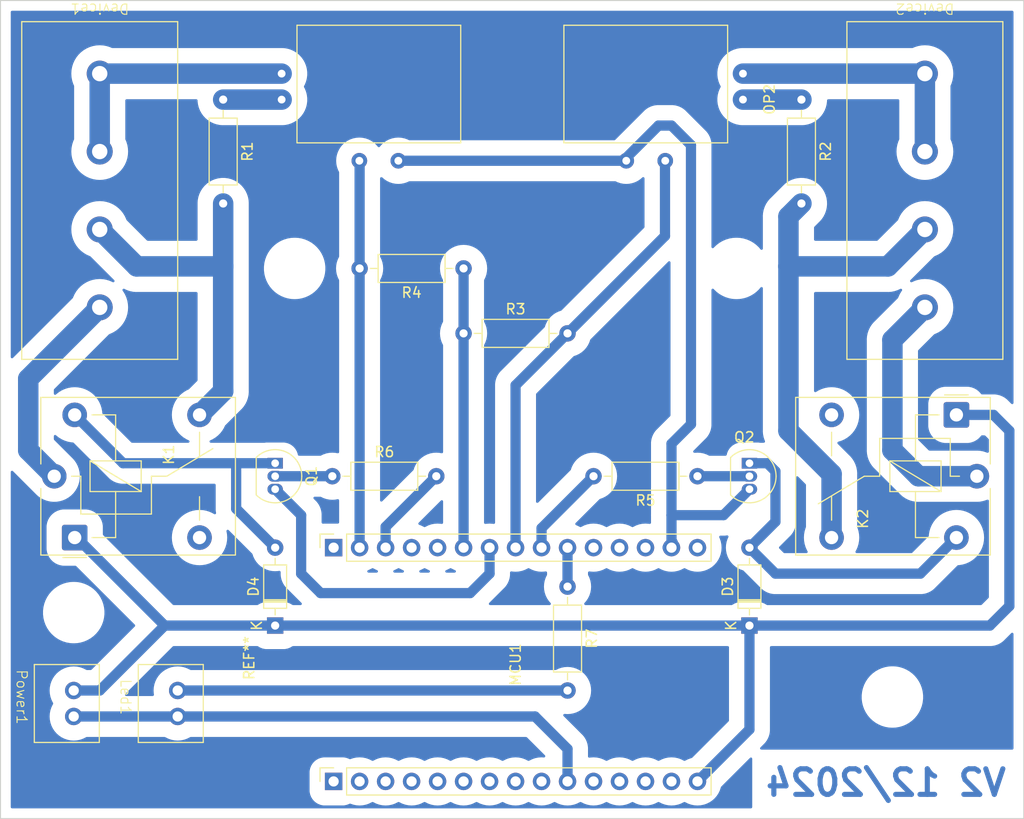
<source format=kicad_pcb>
(kicad_pcb (version 20221018) (generator pcbnew)
  (title_block (title "BombitApp") (date "12/2024") (rev "V2"))
  (layers (0 "F.Cu" signal) (31 "B.Cu" signal) (34 "B.Paste" user) (35 "F.Paste" user) (36 "B.SilkS" user "B.Silkscreen") (37 "F.SilkS" user "F.Silkscreen") (38 "B.Mask" user) (39 "F.Mask" user) (44 "Edge.Cuts" user))
  (net 0 "")
  (net 1 "Net-(D3-K)")
  (net 2 "Net-(D3-A)")
  (net 3 "Net-(D4-A)")
  (net 23 "Net-(Led1-Pin_1)")
  (net 24 "Net-(MCU1-D6)")
  (net 25 "Net-(MCU1-D5)")
  (net 26 "Net-(Q1-E)")
  (net 27 "Net-(MCU1-3V3-Pad25)")
  (net 30 "Net-(MCU1-D2)")
  (net 31 "Net-(MCU1-D1)")
  (net 33 "Net-(OP1-IN1)")
  (net 34 "Net-(OP2-IN1)")
  (net 35 "Net-(Q1-B)")
  (net 36 "Net-(Q2-B)")
  (net 37 "Net-(Device1-Pin_1)")
  (net 38 "Net-(Device1-Pin_4)")
  (net 39 "Net-(Device2-Pin_1)")
  (net 40 "Net-(Device2-Pin_4)")
  (net 41 "Net-(Device1-Pin_3)")
  (net 42 "Net-(Device2-Pin_3)")
  (net 43 "Net-(OP1-LDR1)")
  (net 44 "Net-(Led1-Pin_2)")
  (net 45 "Net-(MCU1-D7)")
  (footprint "Resistor_THT:R_Axial_DIN0207_L6.3mm_D2.5mm_P10.16mm_Horizontal" (layer "F.Cu") (at 111.76 59.69 -90)
    (fp_text reference "R1" (at 5.08 -2.37 90) (layer "F.SilkS"))
    (fp_text value "1.5M")
    (fp_line (start 1.04 0) (end 1.81 0) (stroke (width 0.12)) (layer "F.SilkS"))
    (fp_line (start 1.81 -1.37) (end 1.81 1.37) (stroke (width 0.12)) (layer "F.SilkS"))
    (fp_line (start 1.81 1.37) (end 8.35 1.37) (stroke (width 0.12)) (layer "F.SilkS"))
    (fp_line (start 8.35 -1.37) (end 1.81 -1.37) (stroke (width 0.12)) (layer "F.SilkS"))
    (fp_line (start 8.35 1.37) (end 8.35 -1.37) (stroke (width 0.12)) (layer "F.SilkS"))
    (fp_line (start 9.12 0) (end 8.35 0) (stroke (width 0.12)) (layer "F.SilkS"))
    (pad "1" thru_hole circle (at 0 0 270) (size 1.6 1.6) (drill 0.8) (layers "*.Cu" "*.Mask") (net 33 "Net-(OP1-IN1)"))
    (pad "2" thru_hole oval (at 10.16 0 270) (size 1.6 1.6) (drill 0.8) (layers "*.Cu" "*.Mask") (net 41 "Net-(Device1-Pin_3)"))
  )
  (footprint "Resistor_THT:R_Axial_DIN0207_L6.3mm_D2.5mm_P10.16mm_Horizontal" (layer "F.Cu") (at 168.275 59.69 -90)
    (fp_text reference "R2" (at 5.08 -2.37 90) (layer "F.SilkS"))
    (fp_text value "1.5M")
    (fp_line (start 1.04 0) (end 1.81 0) (stroke (width 0.12)) (layer "F.SilkS"))
    (fp_line (start 1.81 -1.37) (end 1.81 1.37) (stroke (width 0.12)) (layer "F.SilkS"))
    (fp_line (start 1.81 1.37) (end 8.35 1.37) (stroke (width 0.12)) (layer "F.SilkS"))
    (fp_line (start 8.35 -1.37) (end 1.81 -1.37) (stroke (width 0.12)) (layer "F.SilkS"))
    (fp_line (start 8.35 1.37) (end 8.35 -1.37) (stroke (width 0.12)) (layer "F.SilkS"))
    (fp_line (start 9.12 0) (end 8.35 0) (stroke (width 0.12)) (layer "F.SilkS"))
    (pad "1" thru_hole circle (at 0 0 270) (size 1.6 1.6) (drill 0.8) (layers "*.Cu" "*.Mask") (net 34 "Net-(OP2-IN1)"))
    (pad "2" thru_hole oval (at 10.16 0 270) (size 1.6 1.6) (drill 0.8) (layers "*.Cu" "*.Mask") (net 42 "Net-(Device2-Pin_3)"))
  )
  (footprint "Package_TO_SOT_THT:TO-92_Inline" (layer "F.Cu") (at 116.84 95.25 -90)
    (fp_text reference "Q1" (at 1.27 -3.56 90) (layer "F.SilkS"))
    (fp_text value "BC547")
    (fp_line (start -0.53 1.85) (end 3.07 1.85) (stroke (width 0.12)) (layer "F.SilkS"))
    (fp_arc (start -0.568478 1.838478) (mid -1.132087 -0.994977) (end 1.27 -2.6) (stroke (width 0.12)) (layer "F.SilkS"))
    (fp_arc (start 1.27 -2.6) (mid 3.672087 -0.994977) (end 3.108478 1.838478) (stroke (width 0.12)) (layer "F.SilkS"))
    (pad "1" thru_hole rect (at 0 0 270) (size 1.05 1.5) (drill 0.75) (layers "*.Cu" "*.Mask") (net 3 "Net-(D4-A)"))
    (pad "2" thru_hole oval (at 1.27 0 270) (size 1.05 1.5) (drill 0.75) (layers "*.Cu" "*.Mask") (net 35 "Net-(Q1-B)"))
    (pad "3" thru_hole oval (at 2.54 0 270) (size 1.05 1.5) (drill 0.75) (layers "*.Cu" "*.Mask") (net 26 "Net-(Q1-E)"))
  )
  (footprint "Package_TO_SOT_THT:TO-92_Inline" (layer "F.Cu") (at 163.195 95.25 -90)
    (fp_text reference "Q2" (at -2.54 0.508 180) (layer "F.SilkS"))
    (fp_text value "BC547")
    (fp_line (start -0.53 1.85) (end 3.07 1.85) (stroke (width 0.12)) (layer "F.SilkS"))
    (fp_arc (start -0.568478 1.838478) (mid -1.132087 -0.994977) (end 1.27 -2.6) (stroke (width 0.12)) (layer "F.SilkS"))
    (fp_arc (start 1.27 -2.6) (mid 3.672087 -0.994977) (end 3.108478 1.838478) (stroke (width 0.12)) (layer "F.SilkS"))
    (pad "1" thru_hole rect (at 0 0 270) (size 1.05 1.5) (drill 0.75) (layers "*.Cu" "*.Mask") (net 2 "Net-(D3-A)"))
    (pad "2" thru_hole oval (at 1.27 0 270) (size 1.05 1.5) (drill 0.75) (layers "*.Cu" "*.Mask") (net 36 "Net-(Q2-B)"))
    (pad "3" thru_hole oval (at 2.54 0 270) (size 1.05 1.5) (drill 0.75) (layers "*.Cu" "*.Mask") (net 43 "Net-(OP1-LDR1)"))
  )
  (footprint "Custom_Footprints:PinSocket_1x02" (layer "F.Cu") (at 97.155 117.475 -90)
    (fp_text reference "Power1" (at 0.635 5.08 -90 unlocked) (layer "F.SilkS") (effects (font (thickness 0.1))))
    (fp_text value "Conn_01x02")
    (fp_line (start -2.54 3.85) (end -2.54 -2.5) (stroke (width 0.12)) (layer "F.SilkS"))
    (fp_line (start 5.08 -2.5) (end -2.54 -2.5) (stroke (width 0.12)) (layer "F.SilkS"))
    (fp_line (start 5.08 -2.5) (end 5.08 3.85) (stroke (width 0.12)) (layer "F.SilkS"))
    (fp_line (start 5.08 3.85) (end -2.54 3.85) (stroke (width 0.12)) (layer "F.SilkS"))
    (pad "1" thru_hole circle (at 0 0 270) (size 1.7 1.7) (drill 1) (layers "*.Cu" "*.Mask") (net 1 "Net-(D3-K)"))
    (pad "2" thru_hole circle (at 2.54 0 270) (size 1.7 1.7) (drill 1) (layers "*.Cu" "*.Mask") (net 44 "Net-(Led1-Pin_2)"))
  )
  (footprint "Resistor_THT:R_Axial_DIN0207_L6.3mm_D2.5mm_P10.16mm_Horizontal" (layer "F.Cu") (at 122.428 96.52)
    (fp_text reference "R6" (at 5.08 -2.37) (layer "F.SilkS"))
    (fp_text value "220")
    (fp_line (start 1.04 0) (end 1.81 0) (stroke (width 0.12)) (layer "F.SilkS"))
    (fp_line (start 1.81 -1.37) (end 1.81 1.37) (stroke (width 0.12)) (layer "F.SilkS"))
    (fp_line (start 1.81 1.37) (end 8.35 1.37) (stroke (width 0.12)) (layer "F.SilkS"))
    (fp_line (start 8.35 -1.37) (end 1.81 -1.37) (stroke (width 0.12)) (layer "F.SilkS"))
    (fp_line (start 8.35 1.37) (end 8.35 -1.37) (stroke (width 0.12)) (layer "F.SilkS"))
    (fp_line (start 9.12 0) (end 8.35 0) (stroke (width 0.12)) (layer "F.SilkS"))
    (pad "1" thru_hole circle (at 0 0) (size 1.6 1.6) (drill 0.8) (layers "*.Cu" "*.Mask") (net 35 "Net-(Q1-B)"))
    (pad "2" thru_hole oval (at 10.16 0) (size 1.6 1.6) (drill 0.8) (layers "*.Cu" "*.Mask") (net 30 "Net-(MCU1-D2)"))
  )
  (footprint "Resistor_THT:R_Axial_DIN0207_L6.3mm_D2.5mm_P10.16mm_Horizontal" (layer "F.Cu") (at 135.255 82.55)
    (fp_text reference "R3" (at 5.08 -2.37) (layer "F.SilkS"))
    (fp_text value "56k")
    (fp_line (start 1.04 0) (end 1.81 0) (stroke (width 0.12)) (layer "F.SilkS"))
    (fp_line (start 1.81 -1.37) (end 1.81 1.37) (stroke (width 0.12)) (layer "F.SilkS"))
    (fp_line (start 1.81 1.37) (end 8.35 1.37) (stroke (width 0.12)) (layer "F.SilkS"))
    (fp_line (start 8.35 -1.37) (end 1.81 -1.37) (stroke (width 0.12)) (layer "F.SilkS"))
    (fp_line (start 8.35 1.37) (end 8.35 -1.37) (stroke (width 0.12)) (layer "F.SilkS"))
    (fp_line (start 9.12 0) (end 8.35 0) (stroke (width 0.12)) (layer "F.SilkS"))
    (pad "1" thru_hole circle (at 0 0) (size 1.6 1.6) (drill 0.8) (layers "*.Cu" "*.Mask") (net 27 "Net-(MCU1-3V3-Pad25)"))
    (pad "2" thru_hole oval (at 10.16 0) (size 1.6 1.6) (drill 0.8) (layers "*.Cu" "*.Mask") (net 25 "Net-(MCU1-D5)"))
  )
  (footprint "Resistor_THT:R_Axial_DIN0207_L6.3mm_D2.5mm_P10.16mm_Horizontal" (layer "F.Cu") (at 135.255 76.2 180)
    (fp_text reference "R4" (at 5.08 -2.37) (layer "F.SilkS"))
    (fp_text value "56k")
    (fp_line (start 1.04 0) (end 1.81 0) (stroke (width 0.12)) (layer "F.SilkS"))
    (fp_line (start 1.81 -1.37) (end 1.81 1.37) (stroke (width 0.12)) (layer "F.SilkS"))
    (fp_line (start 1.81 1.37) (end 8.35 1.37) (stroke (width 0.12)) (layer "F.SilkS"))
    (fp_line (start 8.35 -1.37) (end 1.81 -1.37) (stroke (width 0.12)) (layer "F.SilkS"))
    (fp_line (start 8.35 1.37) (end 8.35 -1.37) (stroke (width 0.12)) (layer "F.SilkS"))
    (fp_line (start 9.12 0) (end 8.35 0) (stroke (width 0.12)) (layer "F.SilkS"))
    (pad "1" thru_hole circle (at 0 0 180) (size 1.6 1.6) (drill 0.8) (layers "*.Cu" "*.Mask") (net 27 "Net-(MCU1-3V3-Pad25)"))
    (pad "2" thru_hole oval (at 10.16 0 180) (size 1.6 1.6) (drill 0.8) (layers "*.Cu" "*.Mask") (net 31 "Net-(MCU1-D1)"))
  )
  (footprint "Relay_THT:Relay_SPDT_Finder_36.11" (layer "F.Cu") (at 183.42 90.52 -90)
    (fp_text reference "K2" (at 10.16 9.144 -270) (layer "F.SilkS"))
    (fp_text value "Generic_Relay")
    (fp_line (start -1.95 -1.15) (end -1.95 1.15) (stroke (width 0.12)) (layer "F.SilkS"))
    (fp_line (start -1.71 15.7) (end -1.71 -3.31) (stroke (width 0.12)) (layer "F.SilkS"))
    (fp_line (start 0 1.7) (end 0 4) (stroke (width 0.12)) (layer "F.SilkS"))
    (fp_line (start 1.7 12.2) (end 4 12.2) (stroke (width 0.12)) (layer "F.SilkS"))
    (fp_line (start 2.3 7.5) (end 2.3 0.6) (stroke (width 0.12)) (layer "F.SilkS"))
    (fp_line (start 4.5 1.5) (end 7.5 1.5) (stroke (width 0.12)) (layer "F.SilkS"))
    (fp_line (start 4.5 4) (end 0 4) (stroke (width 0.12)) (layer "F.SilkS"))
    (fp_line (start 4.5 6.5) (end 4.5 1.5) (stroke (width 0.12)) (layer "F.SilkS"))
    (fp_line (start 4.5 6.5) (end 7.5 1.5) (stroke (width 0.12)) (layer "F.SilkS"))
    (fp_line (start 4.8 -3.31) (end -1.71 -3.31) (stroke (width 0.12)) (layer "F.SilkS"))
    (fp_line (start 6 0.6) (end 2.3 0.6) (stroke (width 0.12)) (layer "F.SilkS"))
    (fp_line (start 6 0.6) (end 6 -0.3) (stroke (width 0.12)) (layer "F.SilkS"))
    (fp_line (start 6 7.5) (end 2.3 7.5) (stroke (width 0.12)) (layer "F.SilkS"))
    (fp_line (start 6 7.5) (end 6 9) (stroke (width 0.12)) (layer "F.SilkS"))
    (fp_line (start 6 9) (end 8.7 13.5) (stroke (width 0.12)) (layer "F.SilkS"))
    (fp_line (start 7.5 1.5) (end 7.5 6.5) (stroke (width 0.12)) (layer "F.SilkS"))
    (fp_line (start 7.5 6.5) (end 4.5 6.5) (stroke (width 0.12)) (layer "F.SilkS"))
    (fp_line (start 10.3 12.2) (end 8 12.2) (stroke (width 0.12)) (layer "F.SilkS"))
    (fp_line (start 12 4) (end 7.5 4) (stroke (width 0.12)) (layer "F.SilkS"))
    (fp_line (start 12 4) (end 12 1.7) (stroke (width 0.12)) (layer "F.SilkS"))
    (fp_line (start 13.71 -3.31) (end 7.2 -3.31) (stroke (width 0.12)) (layer "F.SilkS"))
    (fp_line (start 13.71 -3.31) (end 13.71 15.71) (stroke (width 0.12)) (layer "F.SilkS"))
    (fp_line (start 13.71 15.71) (end -1.71 15.71) (stroke (width 0.12)) (layer "F.SilkS"))
    (pad "11" thru_hole circle (at 6 -2 270) (size 2.4 2.4) (drill 1.3) (layers "*.Cu" "*.Mask") (net 40 "Net-(Device2-Pin_4)") (clearance 0.2))
    (pad "12" thru_hole circle (at 12 12.2 270) (size 2.4 2.4) (drill 1.3) (layers "*.Cu" "*.Mask") (net 42 "Net-(Device2-Pin_3)"))
    (pad "14" thru_hole circle (at 0 12.2 270) (size 2.4 2.4) (drill 1.3) (layers "*.Cu" "*.Mask"))
    (pad "A1" thru_hole roundrect (at 0 0 270) (size 2.5 2.5) (drill 1.3) (layers "*.Cu" "*.Mask") (roundrect_rratio 0.1) (net 1 "Net-(D3-K)"))
    (pad "A2" thru_hole circle (at 12 0 270) (size 2.4 2.4) (drill 1.3) (layers "*.Cu" "*.Mask") (net 2 "Net-(D3-A)"))
  )
  (footprint "Diode_THT:D_DO-35_SOD27_P7.62mm_Horizontal" (layer "F.Cu") (at 163.195 111.125 90)
    (fp_text reference "D3" (at 3.81 -2.12 90) (layer "F.SilkS"))
    (fp_text value "1N4148")
    (fp_text user "K" (at 0 -1.8 90) (layer "F.SilkS"))
    (fp_line (start 1.04 0) (end 1.69 0) (stroke (width 0.12)) (layer "F.SilkS"))
    (fp_line (start 1.69 -1.12) (end 1.69 1.12) (stroke (width 0.12)) (layer "F.SilkS"))
    (fp_line (start 1.69 1.12) (end 5.93 1.12) (stroke (width 0.12)) (layer "F.SilkS"))
    (fp_line (start 2.29 -1.12) (end 2.29 1.12) (stroke (width 0.12)) (layer "F.SilkS"))
    (fp_line (start 2.41 -1.12) (end 2.41 1.12) (stroke (width 0.12)) (layer "F.SilkS"))
    (fp_line (start 2.53 -1.12) (end 2.53 1.12) (stroke (width 0.12)) (layer "F.SilkS"))
    (fp_line (start 5.93 -1.12) (end 1.69 -1.12) (stroke (width 0.12)) (layer "F.SilkS"))
    (fp_line (start 5.93 1.12) (end 5.93 -1.12) (stroke (width 0.12)) (layer "F.SilkS"))
    (fp_line (start 6.58 0) (end 5.93 0) (stroke (width 0.12)) (layer "F.SilkS"))
    (pad "1" thru_hole rect (at 0 0 90) (size 1.6 1.6) (drill 0.8) (layers "*.Cu" "*.Mask") (net 1 "Net-(D3-K)"))
    (pad "2" thru_hole oval (at 7.62 0 90) (size 1.6 1.6) (drill 0.8) (layers "*.Cu" "*.Mask") (net 2 "Net-(D3-A)"))
  )
  (footprint "Custom_Footprints:Node_MCU" (layer "F.Cu") (at 122.555 126.365 90)
    (fp_text reference "MCU1" (at 11.43 17.78 90) (layer "F.SilkS"))
    (fp_text value "Node_MCU")
    (fp_text user "REF**" (at 12.065 -8.255 90) (layer "F.SilkS"))
    (fp_line (start -1.33 1.27) (end -1.33 36.89) (stroke (width 0.12)) (layer "F.SilkS"))
    (fp_line (start -1.33 1.27) (end 1.33 1.27) (stroke (width 0.12)) (layer "F.SilkS"))
    (fp_line (start -1.33 36.89) (end 1.33 36.89) (stroke (width 0.12)) (layer "F.SilkS"))
    (fp_line (start 0 -1.33) (end 1.33 -1.33) (stroke (width 0.12)) (layer "F.SilkS"))
    (fp_line (start 1.33 -1.33) (end 1.33 0) (stroke (width 0.12)) (layer "F.SilkS"))
    (fp_line (start 1.33 1.27) (end 1.33 36.89) (stroke (width 0.12)) (layer "F.SilkS"))
    (fp_line (start 21.53 1.27) (end 21.53 36.89) (stroke (width 0.12)) (layer "F.SilkS"))
    (fp_line (start 21.53 1.27) (end 24.19 1.27) (stroke (width 0.12)) (layer "F.SilkS"))
    (fp_line (start 21.53 36.89) (end 24.19 36.89) (stroke (width 0.12)) (layer "F.SilkS"))
    (fp_line (start 22.86 -1.33) (end 24.19 -1.33) (stroke (width 0.12)) (layer "F.SilkS"))
    (fp_line (start 24.19 -1.33) (end 24.19 0) (stroke (width 0.12)) (layer "F.SilkS"))
    (fp_line (start 24.19 1.27) (end 24.19 36.89) (stroke (width 0.12)) (layer "F.SilkS"))
    (pad "1" thru_hole rect (at 0 0 90) (size 1.7 1.7) (drill 1) (layers "*.Cu" "*.Mask"))
    (pad "2" thru_hole oval (at 0 2.54 90) (size 1.7 1.7) (drill 1) (layers "*.Cu" "*.Mask"))
    (pad "3" thru_hole oval (at 0 5.08 90) (size 1.7 1.7) (drill 1) (layers "*.Cu" "*.Mask"))
    (pad "4" thru_hole oval (at 0 7.62 90) (size 1.7 1.7) (drill 1) (layers "*.Cu" "*.Mask"))
    (pad "5" thru_hole oval (at 0 10.16 90) (size 1.7 1.7) (drill 1) (layers "*.Cu" "*.Mask"))
    (pad "6" thru_hole oval (at 0 12.7 90) (size 1.7 1.7) (drill 1) (layers "*.Cu" "*.Mask"))
    (pad "7" thru_hole oval (at 0 15.24 90) (size 1.7 1.7) (drill 1) (layers "*.Cu" "*.Mask"))
    (pad "8" thru_hole oval (at 0 17.78 90) (size 1.7 1.7) (drill 1) (layers "*.Cu" "*.Mask"))
    (pad "9" thru_hole oval (at 0 20.32 90) (size 1.7 1.7) (drill 1) (layers "*.Cu" "*.Mask"))
    (pad "10" thru_hole oval (at 0 22.86 90) (size 1.7 1.7) (drill 1) (layers "*.Cu" "*.Mask") (net 44 "Net-(Led1-Pin_2)"))
    (pad "11" thru_hole oval (at 0 25.4 90) (size 1.7 1.7) (drill 1) (layers "*.Cu" "*.Mask"))
    (pad "12" thru_hole oval (at 0 27.94 90) (size 1.7 1.7) (drill 1) (layers "*.Cu" "*.Mask"))
    (pad "13" thru_hole oval (at 0 30.48 90) (size 1.7 1.7) (drill 1) (layers "*.Cu" "*.Mask"))
    (pad "14" thru_hole oval (at 0 33.02 90) (size 1.7 1.7) (drill 1) (layers "*.Cu" "*.Mask"))
    (pad "15" thru_hole oval (at 0 35.56 90) (size 1.7 1.7) (drill 1) (layers "*.Cu" "*.Mask") (net 1 "Net-(D3-K)"))
    (pad "16" thru_hole oval (at 22.86 35.56 90) (size 1.7 1.7) (drill 1) (layers "*.Cu" "*.Mask"))
    (pad "17" thru_hole oval (at 22.86 33.02 90) (size 1.7 1.7) (drill 1) (layers "*.Cu" "*.Mask") (net 43 "Net-(OP1-LDR1)"))
    (pad "18" thru_hole oval (at 22.86 30.48 90) (size 1.7 1.7) (drill 1) (layers "*.Cu" "*.Mask"))
    (pad "19" thru_hole oval (at 22.86 27.94 90) (size 1.7 1.7) (drill 1) (layers "*.Cu" "*.Mask"))
    (pad "20" thru_hole oval (at 22.86 25.4 90) (size 1.7 1.7) (drill 1) (layers "*.Cu" "*.Mask"))
    (pad "21" thru_hole oval (at 22.86 22.86 90) (size 1.7 1.7) (drill 1) (layers "*.Cu" "*.Mask") (net 45 "Net-(MCU1-D7)"))
    (pad "22" thru_hole oval (at 22.86 20.32 90) (size 1.7 1.7) (drill 1) (layers "*.Cu" "*.Mask") (net 24 "Net-(MCU1-D6)"))
    (pad "23" thru_hole oval (at 22.86 17.78 90) (size 1.7 1.7) (drill 1) (layers "*.Cu" "*.Mask") (net 25 "Net-(MCU1-D5)"))
    (pad "24" thru_hole oval (at 22.86 15.24 90) (size 1.7 1.7) (drill 1) (layers "*.Cu" "*.Mask") (net 26 "Net-(Q1-E)"))
    (pad "25" thru_hole oval (at 22.86 12.7 90) (size 1.7 1.7) (drill 1) (layers "*.Cu" "*.Mask") (net 27 "Net-(MCU1-3V3-Pad25)"))
    (pad "26" thru_hole oval (at 22.86 10.16 90) (size 1.7 1.7) (drill 1) (layers "*.Cu" "*.Mask"))
    (pad "27" thru_hole oval (at 22.86 7.62 90) (size 1.7 1.7) (drill 1) (layers "*.Cu" "*.Mask"))
    (pad "28" thru_hole oval (at 22.86 5.08 90) (size 1.7 1.7) (drill 1) (layers "*.Cu" "*.Mask") (net 30 "Net-(MCU1-D2)"))
    (pad "29" thru_hole oval (at 22.86 2.54 90) (size 1.7 1.7) (drill 1) (layers "*.Cu" "*.Mask") (net 31 "Net-(MCU1-D1)"))
    (pad "30" thru_hole rect (at 22.86 0 90) (size 1.7 1.7) (drill 1) (layers "*.Cu" "*.Mask"))
  )
  (footprint "Diode_THT:D_DO-35_SOD27_P7.62mm_Horizontal" (layer "F.Cu") (at 116.84 111.125 90)
    (fp_text reference "D4" (at 3.81 -2.12 90) (layer "F.SilkS"))
    (fp_text value "1N4148")
    (fp_text user "K" (at 0 -1.8 90) (layer "F.SilkS"))
    (fp_line (start 1.04 0) (end 1.69 0) (stroke (width 0.12)) (layer "F.SilkS"))
    (fp_line (start 1.69 -1.12) (end 1.69 1.12) (stroke (width 0.12)) (layer "F.SilkS"))
    (fp_line (start 1.69 1.12) (end 5.93 1.12) (stroke (width 0.12)) (layer "F.SilkS"))
    (fp_line (start 2.29 -1.12) (end 2.29 1.12) (stroke (width 0.12)) (layer "F.SilkS"))
    (fp_line (start 2.41 -1.12) (end 2.41 1.12) (stroke (width 0.12)) (layer "F.SilkS"))
    (fp_line (start 2.53 -1.12) (end 2.53 1.12) (stroke (width 0.12)) (layer "F.SilkS"))
    (fp_line (start 5.93 -1.12) (end 1.69 -1.12) (stroke (width 0.12)) (layer "F.SilkS"))
    (fp_line (start 5.93 1.12) (end 5.93 -1.12) (stroke (width 0.12)) (layer "F.SilkS"))
    (fp_line (start 6.58 0) (end 5.93 0) (stroke (width 0.12)) (layer "F.SilkS"))
    (pad "1" thru_hole rect (at 0 0 90) (size 1.6 1.6) (drill 0.8) (layers "*.Cu" "*.Mask") (net 1 "Net-(D3-K)"))
    (pad "2" thru_hole oval (at 7.62 0 90) (size 1.6 1.6) (drill 0.8) (layers "*.Cu" "*.Mask") (net 3 "Net-(D4-A)"))
  )
  (footprint "Resistor_THT:R_Axial_DIN0207_L6.3mm_D2.5mm_P10.16mm_Horizontal" (layer "F.Cu") (at 158.115 96.52 180)
    (fp_text reference "R5" (at 5.08 -2.37) (layer "F.SilkS"))
    (fp_text value "220")
    (fp_line (start 1.04 0) (end 1.81 0) (stroke (width 0.12)) (layer "F.SilkS"))
    (fp_line (start 1.81 -1.37) (end 1.81 1.37) (stroke (width 0.12)) (layer "F.SilkS"))
    (fp_line (start 1.81 1.37) (end 8.35 1.37) (stroke (width 0.12)) (layer "F.SilkS"))
    (fp_line (start 8.35 -1.37) (end 1.81 -1.37) (stroke (width 0.12)) (layer "F.SilkS"))
    (fp_line (start 8.35 1.37) (end 8.35 -1.37) (stroke (width 0.12)) (layer "F.SilkS"))
    (fp_line (start 9.12 0) (end 8.35 0) (stroke (width 0.12)) (layer "F.SilkS"))
    (pad "1" thru_hole circle (at 0 0 180) (size 1.6 1.6) (drill 0.8) (layers "*.Cu" "*.Mask") (net 36 "Net-(Q2-B)"))
    (pad "2" thru_hole oval (at 10.16 0 180) (size 1.6 1.6) (drill 0.8) (layers "*.Cu" "*.Mask") (net 24 "Net-(MCU1-D6)"))
  )
  (footprint "Relay_THT:Relay_SPDT_Finder_36.11" (layer "F.Cu") (at 97.25 102.52 90)
    (fp_text reference "K1" (at 8.1 9.2 90) (layer "F.SilkS"))
    (fp_text value "Generic_Relay")
    (fp_line (start -1.95 -1.15) (end -1.95 1.15) (stroke (width 0.12)) (layer "F.SilkS"))
    (fp_line (start -1.71 15.7) (end -1.71 -3.31) (stroke (width 0.12)) (layer "F.SilkS"))
    (fp_line (start 0 1.7) (end 0 4) (stroke (width 0.12)) (layer "F.SilkS"))
    (fp_line (start 1.7 12.2) (end 4 12.2) (stroke (width 0.12)) (layer "F.SilkS"))
    (fp_line (start 2.3 7.5) (end 2.3 0.6) (stroke (width 0.12)) (layer "F.SilkS"))
    (fp_line (start 4.5 1.5) (end 7.5 1.5) (stroke (width 0.12)) (layer "F.SilkS"))
    (fp_line (start 4.5 4) (end 0 4) (stroke (width 0.12)) (layer "F.SilkS"))
    (fp_line (start 4.5 6.5) (end 4.5 1.5) (stroke (width 0.12)) (layer "F.SilkS"))
    (fp_line (start 4.5 6.5) (end 7.5 1.5) (stroke (width 0.12)) (layer "F.SilkS"))
    (fp_line (start 4.8 -3.31) (end -1.71 -3.31) (stroke (width 0.12)) (layer "F.SilkS"))
    (fp_line (start 6 0.6) (end 2.3 0.6) (stroke (width 0.12)) (layer "F.SilkS"))
    (fp_line (start 6 0.6) (end 6 -0.3) (stroke (width 0.12)) (layer "F.SilkS"))
    (fp_line (start 6 7.5) (end 2.3 7.5) (stroke (width 0.12)) (layer "F.SilkS"))
    (fp_line (start 6 7.5) (end 6 9) (stroke (width 0.12)) (layer "F.SilkS"))
    (fp_line (start 6 9) (end 8.7 13.5) (stroke (width 0.12)) (layer "F.SilkS"))
    (fp_line (start 7.5 1.5) (end 7.5 6.5) (stroke (width 0.12)) (layer "F.SilkS"))
    (fp_line (start 7.5 6.5) (end 4.5 6.5) (stroke (width 0.12)) (layer "F.SilkS"))
    (fp_line (start 10.3 12.2) (end 8 12.2) (stroke (width 0.12)) (layer "F.SilkS"))
    (fp_line (start 12 4) (end 7.5 4) (stroke (width 0.12)) (layer "F.SilkS"))
    (fp_line (start 12 4) (end 12 1.7) (stroke (width 0.12)) (layer "F.SilkS"))
    (fp_line (start 13.71 -3.31) (end 7.2 -3.31) (stroke (width 0.12)) (layer "F.SilkS"))
    (fp_line (start 13.71 -3.31) (end 13.71 15.71) (stroke (width 0.12)) (layer "F.SilkS"))
    (fp_line (start 13.71 15.71) (end -1.71 15.71) (stroke (width 0.12)) (layer "F.SilkS"))
    (pad "11" thru_hole circle (at 6 -2 90) (size 2.4 2.4) (drill 1.3) (layers "*.Cu" "*.Mask") (net 38 "Net-(Device1-Pin_4)") (clearance 0.2))
    (pad "12" thru_hole circle (at 12 12.2 90) (size 2.4 2.4) (drill 1.3) (layers "*.Cu" "*.Mask") (net 41 "Net-(Device1-Pin_3)"))
    (pad "14" thru_hole circle (at 0 12.2 90) (size 2.4 2.4) (drill 1.3) (layers "*.Cu" "*.Mask"))
    (pad "A1" thru_hole roundrect (at 0 0 90) (size 2.5 2.5) (drill 1.3) (layers "*.Cu" "*.Mask") (roundrect_rratio 0.1) (net 1 "Net-(D3-K)"))
    (pad "A2" thru_hole circle (at 12 0 90) (size 2.4 2.4) (drill 1.3) (layers "*.Cu" "*.Mask") (net 3 "Net-(D4-A)"))
  )
  (footprint "Custom_Footprints:PinSocket_1x02" (layer "F.Cu") (at 107.315 117.475 -90)
    (fp_text reference "Led1" (at 0.635 5.08 -90 unlocked) (layer "F.SilkS") (effects (font (thickness 0.1))))
    (fp_text value "Conn_01x02")
    (fp_line (start -2.54 3.85) (end -2.54 -2.5) (stroke (width 0.12)) (layer "F.SilkS"))
    (fp_line (start 5.08 -2.5) (end -2.54 -2.5) (stroke (width 0.12)) (layer "F.SilkS"))
    (fp_line (start 5.08 -2.5) (end 5.08 3.85) (stroke (width 0.12)) (layer "F.SilkS"))
    (fp_line (start 5.08 3.85) (end -2.54 3.85) (stroke (width 0.12)) (layer "F.SilkS"))
    (pad "1" thru_hole circle (at 0 0 270) (size 1.7 1.7) (drill 1) (layers "*.Cu" "*.Mask") (net 23 "Net-(Led1-Pin_1)"))
    (pad "2" thru_hole circle (at 2.54 0 270) (size 1.7 1.7) (drill 1) (layers "*.Cu" "*.Mask") (net 44 "Net-(Led1-Pin_2)"))
  )
  (footprint "MountingHole:MountingHole_4mm" (layer "F.Cu") (at 161.925 76.2)
    (fp_text reference "REF**" hide)
    (fp_text value "MountingHole_4mm" hide)
    (pad "" np_thru_hole circle (at 0 0) (size 4 4) (drill 4) (layers "F&B.Cu" "*.Mask") (clearance 1))
  )
  (footprint "Resistor_THT:R_Axial_DIN0207_L6.3mm_D2.5mm_P10.16mm_Horizontal" (layer "F.Cu") (at 145.415 107.315 -90)
    (fp_text reference "R7" (at 5.08 -2.37 90) (layer "F.SilkS"))
    (fp_text value "220")
    (fp_line (start 1.04 0) (end 1.81 0) (stroke (width 0.12)) (layer "F.SilkS"))
    (fp_line (start 1.81 -1.37) (end 1.81 1.37) (stroke (width 0.12)) (layer "F.SilkS"))
    (fp_line (start 1.81 1.37) (end 8.35 1.37) (stroke (width 0.12)) (layer "F.SilkS"))
    (fp_line (start 8.35 -1.37) (end 1.81 -1.37) (stroke (width 0.12)) (layer "F.SilkS"))
    (fp_line (start 8.35 1.37) (end 8.35 -1.37) (stroke (width 0.12)) (layer "F.SilkS"))
    (fp_line (start 9.12 0) (end 8.35 0) (stroke (width 0.12)) (layer "F.SilkS"))
    (pad "1" thru_hole circle (at 0 0 270) (size 1.6 1.6) (drill 0.8) (layers "*.Cu" "*.Mask") (net 45 "Net-(MCU1-D7)"))
    (pad "2" thru_hole oval (at 10.16 0 270) (size 1.6 1.6) (drill 0.8) (layers "*.Cu" "*.Mask") (net 23 "Net-(Led1-Pin_1)"))
  )
  (footprint "MountingHole:MountingHole_4mm" (layer "F.Cu") (at 97.155 109.855)
    (fp_text reference "REF**" hide)
    (fp_text value "MountingHole_4mm" hide)
    (pad "" np_thru_hole circle (at 0 0) (size 4 4) (drill 4) (layers "F&B.Cu" "*.Mask") (clearance 1))
  )
  (footprint "Custom_Footprints:TerminalBlock_1x04" (layer "F.Cu") (at 180.34 57.15 180)
    (fp_text reference "Device2" (at 0 6.35 180 unlocked) (layer "F.SilkS") (effects (font (thickness 0.1))))
    (fp_text value "Conn_01x04")
    (fp_line (start -7.62 5.08) (end -7.62 -27.94) (stroke (width 0.12)) (layer "F.SilkS"))
    (fp_line (start 7.62 -27.94) (end -7.62 -27.94) (stroke (width 0.12)) (layer "F.SilkS"))
    (fp_line (start 7.62 -27.94) (end 7.62 5.08) (stroke (width 0.12)) (layer "F.SilkS"))
    (fp_line (start 7.62 5.08) (end -7.62 5.08) (stroke (width 0.12)) (layer "F.SilkS"))
    (pad "1" thru_hole circle (at 0 0 180) (size 2.54 2.54) (drill 1.5) (layers "*.Cu" "*.Mask") (net 39 "Net-(Device2-Pin_1)"))
    (pad "2" thru_hole circle (at 0 -7.62 180) (size 2.54 2.54) (drill 1.5) (layers "*.Cu" "*.Mask") (net 39 "Net-(Device2-Pin_1)"))
    (pad "3" thru_hole circle (at 0 -15.24 180) (size 2.54 2.54) (drill 1.5) (layers "*.Cu" "*.Mask") (net 42 "Net-(Device2-Pin_3)"))
    (pad "4" thru_hole circle (at 0 -22.86 180) (size 2.54 2.54) (drill 1.5) (layers "*.Cu" "*.Mask") (net 40 "Net-(Device2-Pin_4)"))
  )
  (footprint "Custom_Footprints:Optocoupler_Right" (layer "F.Cu") (at 151.155 65.67 -90)
    (fp_text reference "OP2" (at -6 -14 90) (layer "F.SilkS"))
    (fp_text value "Optocoupler_Right")
    (fp_line (start -13.25 -9.905) (end -13.25 6.095) (stroke (width 0.12)) (layer "F.SilkS"))
    (fp_line (start -13.25 -9.905) (end -1.75 -9.905) (stroke (width 0.12)) (layer "F.SilkS"))
    (fp_line (start -13.25 6.095) (end -1.75 6.095) (stroke (width 0.12)) (layer "F.SilkS"))
    (fp_line (start -1.75 6.095) (end -1.75 -9.905) (stroke (width 0.12)) (layer "F.SilkS"))
    (pad "1" thru_hole circle (at 0 0 270) (size 1.524 1.524) (drill 0.762) (layers "*.Cu" "*.Mask") (net 43 "Net-(OP1-LDR1)"))
    (pad "2" thru_hole circle (at 0 -3.81 270) (size 1.524 1.524) (drill 0.762) (layers "*.Cu" "*.Mask") (net 25 "Net-(MCU1-D5)"))
    (pad "3" thru_hole circle (at -5.98 -11.405 270) (size 1.524 1.524) (drill 0.762) (layers "*.Cu" "*.Mask") (net 34 "Net-(OP2-IN1)"))
    (pad "4" thru_hole circle (at -8.52 -11.405 270) (size 1.524 1.524) (drill 0.762) (layers "*.Cu" "*.Mask") (net 39 "Net-(Device2-Pin_1)"))
  )
  (footprint "MountingHole:MountingHole_4mm" (layer "F.Cu") (at 177.165 118.11)
    (fp_text reference "REF**" hide)
    (fp_text value "MountingHole_4mm" hide)
    (pad "" np_thru_hole circle (at 0 0) (size 4 4) (drill 4) (layers "F&B.Cu" "*.Mask") (clearance 1))
  )
  (footprint "Custom_Footprints:Optocoupler_Left" (layer "F.Cu") (at 128.88 65.67 90)
    (fp_text reference "OP1" hide)
    (fp_text value "Optocoupler_Left")
    (fp_line (start 1.75 6.095) (end 1.75 -9.905) (stroke (width 0.12)) (layer "F.SilkS"))
    (fp_line (start 13.25 -9.905) (end 1.75 -9.905) (stroke (width 0.12)) (layer "F.SilkS"))
    (fp_line (start 13.25 -9.905) (end 13.25 6.095) (stroke (width 0.12)) (layer "F.SilkS"))
    (fp_line (start 13.25 6.095) (end 1.75 6.095) (stroke (width 0.12)) (layer "F.SilkS"))
    (pad "1" thru_hole circle (at 0 0 90) (size 1.524 1.524) (drill 0.762) (layers "*.Cu" "*.Mask") (net 43 "Net-(OP1-LDR1)"))
    (pad "2" thru_hole circle (at 0 -3.81 90) (size 1.524 1.524) (drill 0.762) (layers "*.Cu" "*.Mask") (net 31 "Net-(MCU1-D1)"))
    (pad "3" thru_hole circle (at 5.98 -11.405 90) (size 1.524 1.524) (drill 0.762) (layers "*.Cu" "*.Mask") (net 33 "Net-(OP1-IN1)"))
    (pad "4" thru_hole circle (at 8.52 -11.405 90) (size 1.524 1.524) (drill 0.762) (layers "*.Cu" "*.Mask") (net 37 "Net-(Device1-Pin_1)"))
  )
  (footprint "Custom_Footprints:TerminalBlock_1x04" (layer "F.Cu") (at 99.695 57.15 180)
    (fp_text reference "Device1" (at 0 6.35 180 unlocked) (layer "F.SilkS") (effects (font (thickness 0.1))))
    (fp_text value "Conn_01x04")
    (fp_line (start -7.62 5.08) (end -7.62 -27.94) (stroke (width 0.12)) (layer "F.SilkS"))
    (fp_line (start 7.62 -27.94) (end -7.62 -27.94) (stroke (width 0.12)) (layer "F.SilkS"))
    (fp_line (start 7.62 -27.94) (end 7.62 5.08) (stroke (width 0.12)) (layer "F.SilkS"))
    (fp_line (start 7.62 5.08) (end -7.62 5.08) (stroke (width 0.12)) (layer "F.SilkS"))
    (pad "1" thru_hole circle (at 0 0 180) (size 2.54 2.54) (drill 1.5) (layers "*.Cu" "*.Mask") (net 37 "Net-(Device1-Pin_1)"))
    (pad "2" thru_hole circle (at 0 -7.62 180) (size 2.54 2.54) (drill 1.5) (layers "*.Cu" "*.Mask") (net 37 "Net-(Device1-Pin_1)"))
    (pad "3" thru_hole circle (at 0 -15.24 180) (size 2.54 2.54) (drill 1.5) (layers "*.Cu" "*.Mask") (net 41 "Net-(Device1-Pin_3)"))
    (pad "4" thru_hole circle (at 0 -22.86 180) (size 2.54 2.54) (drill 1.5) (layers "*.Cu" "*.Mask") (net 38 "Net-(Device1-Pin_4)"))
  )
  (footprint "MountingHole:MountingHole_4mm" (layer "F.Cu") (at 118.745 76.2)
    (fp_text reference "REF**" hide)
    (fp_text value "MountingHole_4mm" hide)
    (pad "" np_thru_hole circle (at 0 0) (size 4 4) (drill 4) (layers "F&B.Cu" "*.Mask") (clearance 1))
  )
  (gr_line (start 90 130) (end 90 50) (stroke (width 0.1)) (layer "Edge.Cuts"))
  (gr_line (start 190 50) (end 190 130) (stroke (width 0.1)) (layer "Edge.Cuts"))
  (gr_line (start 90 50) (end 190 50) (stroke (width 0.1)) (layer "Edge.Cuts"))
  (gr_line (start 190 130) (end 90 130) (stroke (width 0.1)) (layer "Edge.Cuts"))
  (gr_text "V2 12/2024" (at 176.53 126.5) (layer "B.Cu") (effects (font (size 2.5 2.5) (thickness 0.5)) (justify mirror)))
  (segment (start 163.195 121.285) (end 163.195 111.125) (width 1) (layer "B.Cu") (net 1))
  (segment (start 188.595 109.22) (end 188.595 92.075) (width 1) (layer "B.Cu") (net 1))
  (segment (start 116.84 111.125) (end 106.045 111.125) (width 1) (layer "B.Cu") (net 1))
  (segment (start 163.195 111.125) (end 186.69 111.125) (width 1) (layer "B.Cu") (net 1))
  (segment (start 186.69 111.125) (end 188.595 109.22) (width 1) (layer "B.Cu") (net 1))
  (segment (start 188.595 92.075) (end 187.04 90.52) (width 1) (layer "B.Cu") (net 1))
  (segment (start 97.44 102.52) (end 106.045 111.125) (width 1) (layer "B.Cu") (net 1))
  (segment (start 97.25 102.52) (end 97.44 102.52) (width 1) (layer "B.Cu") (net 1))
  (segment (start 106.045 111.125) (end 99.695 117.475) (width 1) (layer "B.Cu") (net 1))
  (segment (start 158.115 126.365) (end 163.195 121.285) (width 1) (layer "B.Cu") (net 1))
  (segment (start 99.695 117.475) (end 97.155 117.475) (width 1) (layer "B.Cu") (net 1))
  (segment (start 116.84 111.125) (end 163.195 111.125) (width 1) (layer "B.Cu") (net 1))
  (segment (start 187.04 90.52) (end 183.42 90.52) (width 1) (layer "B.Cu") (net 1))
  (segment (start 179.895 106.045) (end 183.42 102.52) (width 1) (layer "B.Cu") (net 2))
  (segment (start 165.735 100.965) (end 165.735 96.04) (width 1) (layer "B.Cu") (net 2))
  (segment (start 163.195 103.505) (end 165.735 106.045) (width 1) (layer "B.Cu") (net 2))
  (segment (start 163.195 103.505) (end 165.735 100.965) (width 1) (layer "B.Cu") (net 2))
  (segment (start 164.945 95.25) (end 163.195 95.25) (width 1) (layer "B.Cu") (net 2))
  (segment (start 165.735 96.04) (end 164.945 95.25) (width 1) (layer "B.Cu") (net 2))
  (segment (start 165.735 106.045) (end 179.895 106.045) (width 1) (layer "B.Cu") (net 2))
  (segment (start 113.03 99.695) (end 113.03 95.25) (width 1) (layer "B.Cu") (net 3))
  (segment (start 116.84 103.505) (end 113.03 99.695) (width 1) (layer "B.Cu") (net 3))
  (segment (start 116.84 95.25) (end 113.03 95.25) (width 1) (layer "B.Cu") (net 3))
  (segment (start 113.03 95.25) (end 101.98 95.25) (width 1) (layer "B.Cu") (net 3))
  (segment (start 101.98 95.25) (end 97.25 90.52) (width 1) (layer "B.Cu") (net 3))
  (segment (start 145.415 117.475) (end 107.315 117.475) (width 1) (layer "B.Cu") (net 23))
  (segment (start 142.875 101.6) (end 147.955 96.52) (width 1) (layer "B.Cu") (net 24))
  (segment (start 142.875 103.505) (end 142.875 101.6) (width 1) (layer "B.Cu") (net 24))
  (segment (start 154.94 65.695) (end 154.965 65.67) (width 1) (layer "B.Cu") (net 25))
  (segment (start 140.335 87.63) (end 140.335 103.505) (width 1) (layer "B.Cu") (net 25))
  (segment (start 145.415 82.55) (end 154.94 73.025) (width 1) (layer "B.Cu") (net 25))
  (segment (start 145.415 82.55) (end 140.335 87.63) (width 1) (layer "B.Cu") (net 25))
  (segment (start 154.94 73.025) (end 154.94 65.695) (width 1) (layer "B.Cu") (net 25))
  (segment (start 137.795 106.045) (end 137.795 103.505) (width 1) (layer "B.Cu") (net 26))
  (segment (start 135.89 107.95) (end 137.795 106.045) (width 1) (layer "B.Cu") (net 26))
  (segment (start 116.84 97.79) (end 119.38 100.33) (width 1) (layer "B.Cu") (net 26))
  (segment (start 119.38 106.045) (end 121.285 107.95) (width 1) (layer "B.Cu") (net 26))
  (segment (start 119.38 100.33) (end 119.38 106.045) (width 1) (layer "B.Cu") (net 26))
  (segment (start 121.285 107.95) (end 135.89 107.95) (width 1) (layer "B.Cu") (net 26))
  (segment (start 135.255 82.55) (end 135.255 76.2) (width 1) (layer "B.Cu") (net 27))
  (segment (start 135.255 82.55) (end 135.255 103.505) (width 1) (layer "B.Cu") (net 27))
  (segment (start 127.635 101.473) (end 127.635 103.505) (width 1) (layer "B.Cu") (net 30))
  (segment (start 132.588 96.52) (end 127.635 101.473) (width 1) (layer "B.Cu") (net 30))
  (segment (start 125.07 65.67) (end 125.095 65.695) (width 1) (layer "B.Cu") (net 31))
  (segment (start 125.095 65.695) (end 125.095 76.2) (width 1) (layer "B.Cu") (net 31))
  (segment (start 125.095 76.2) (end 125.095 103.505) (width 1) (layer "B.Cu") (net 31))
  (segment (start 111.76 59.69) (end 117.475 59.69) (width 2) (layer "B.Cu") (net 33))
  (segment (start 168.275 59.69) (end 162.56 59.69) (width 2) (layer "B.Cu") (net 34))
  (segment (start 122.428 96.52) (end 116.84 96.52) (width 1) (layer "B.Cu") (net 35))
  (segment (start 158.115 96.52) (end 163.195 96.52) (width 1) (layer "B.Cu") (net 36))
  (segment (start 99.695 64.77) (end 99.695 57.15) (width 2) (layer "B.Cu") (net 37))
  (segment (start 99.695 57.15) (end 117.475 57.15) (width 2) (layer "B.Cu") (net 37))
  (segment (start 92.71 93.98) (end 95.25 96.52) (width 2) (layer "B.Cu") (net 38))
  (segment (start 92.71 86.995) (end 92.71 93.98) (width 2) (layer "B.Cu") (net 38))
  (segment (start 99.695 80.01) (end 92.71 86.995) (width 2) (layer "B.Cu") (net 38))
  (segment (start 162.56 57.15) (end 180.34 57.15) (width 2) (layer "B.Cu") (net 39))
  (segment (start 180.34 57.15) (end 180.34 64.77) (width 2) (layer "B.Cu") (net 39))
  (segment (start 185.42 96.52) (end 179.705 96.52) (width 2) (layer "B.Cu") (net 40))
  (segment (start 177.165 93.98) (end 177.165 83.185) (width 2) (layer "B.Cu") (net 40))
  (segment (start 177.165 83.185) (end 180.34 80.01) (width 2) (layer "B.Cu") (net 40))
  (segment (start 179.705 96.52) (end 177.165 93.98) (width 2) (layer "B.Cu") (net 40))
  (segment (start 111.76 88.21) (end 109.45 90.52) (width 2) (layer "B.Cu") (net 41))
  (segment (start 111.76 76) (end 111.76 88.21) (width 2) (layer "B.Cu") (net 41))
  (segment (start 103.305 76) (end 111.76 76) (width 2) (layer "B.Cu") (net 41))
  (segment (start 99.695 72.39) (end 103.305 76) (width 2) (layer "B.Cu") (net 41))
  (segment (start 111.76 69.85) (end 111.76 76) (width 2) (layer "B.Cu") (net 41))
  (segment (start 167.005 76) (end 167.005 92.075) (width 2) (layer "B.Cu") (net 42))
  (segment (start 167.005 92.075) (end 171.22 96.29) (width 2) (layer "B.Cu") (net 42))
  (segment (start 167.005 71.12) (end 167.005 76) (width 2) (layer "B.Cu") (net 42))
  (segment (start 168.275 69.85) (end 167.005 71.12) (width 2) (layer "B.Cu") (net 42))
  (segment (start 171.22 96.29) (end 171.22 102.52) (width 2) (layer "B.Cu") (net 42))
  (segment (start 176.73 76) (end 167.005 76) (width 2) (layer "B.Cu") (net 42))
  (segment (start 180.34 72.39) (end 176.73 76) (width 2) (layer "B.Cu") (net 42))
  (segment (start 155.194 103.492) (end 155.6955 102.9905) (width 1) (layer "B.Cu") (net 43))
  (segment (start 151.155 65.67) (end 151.155 65.38) (width 1) (layer "B.Cu") (net 43))
  (segment (start 160.655 100.33) (end 155.575 100.33) (width 1) (layer "B.Cu") (net 43))
  (segment (start 157.48 64.135) (end 157.48 91.44) (width 1) (layer "B.Cu") (net 43))
  (segment (start 155.575 93.345) (end 155.575 100.33) (width 1) (layer "B.Cu") (net 43))
  (segment (start 128.88 65.67) (end 151.155 65.67) (width 1) (layer "B.Cu") (net 43))
  (segment (start 157.48 91.44) (end 155.575 93.345) (width 1) (layer "B.Cu") (net 43))
  (segment (start 163.195 97.79) (end 160.655 100.33) (width 1) (layer "B.Cu") (net 43))
  (segment (start 155.575 100.33) (end 155.575 103.505) (width 1) (layer "B.Cu") (net 43))
  (segment (start 151.155 65.38) (end 154.305 62.23) (width 1) (layer "B.Cu") (net 43))
  (segment (start 155.575 62.23) (end 157.48 64.135) (width 1) (layer "B.Cu") (net 43))
  (segment (start 154.305 62.23) (end 155.575 62.23) (width 1) (layer "B.Cu") (net 43))
  (segment (start 97.155 120.015) (end 107.315 120.015) (width 1) (layer "B.Cu") (net 44))
  (segment (start 145.415 126.365) (end 145.415 123.19) (width 1) (layer "B.Cu") (net 44))
  (segment (start 142.24 120.015) (end 107.315 120.015) (width 1) (layer "B.Cu") (net 44))
  (segment (start 145.415 123.19) (end 142.24 120.015) (width 1) (layer "B.Cu") (net 44))
  (segment (start 145.415 103.505) (end 145.415 107.315) (width 1) (layer "B.Cu") (net 45))
  (zone (net 0) (net_name "") (layer "B.Cu") (connect_pads (clearance 1.5)) (min_thickness 0.254) (fill yes (thermal_gap 0.508) (thermal_bridge_width 0.508) (island_removal_mode 1) (island_area_min 10))
    (polygon (pts (xy 189 51) (xy 91 51) (xy 91 129) (xy 189 129)))
  )
)
</source>
